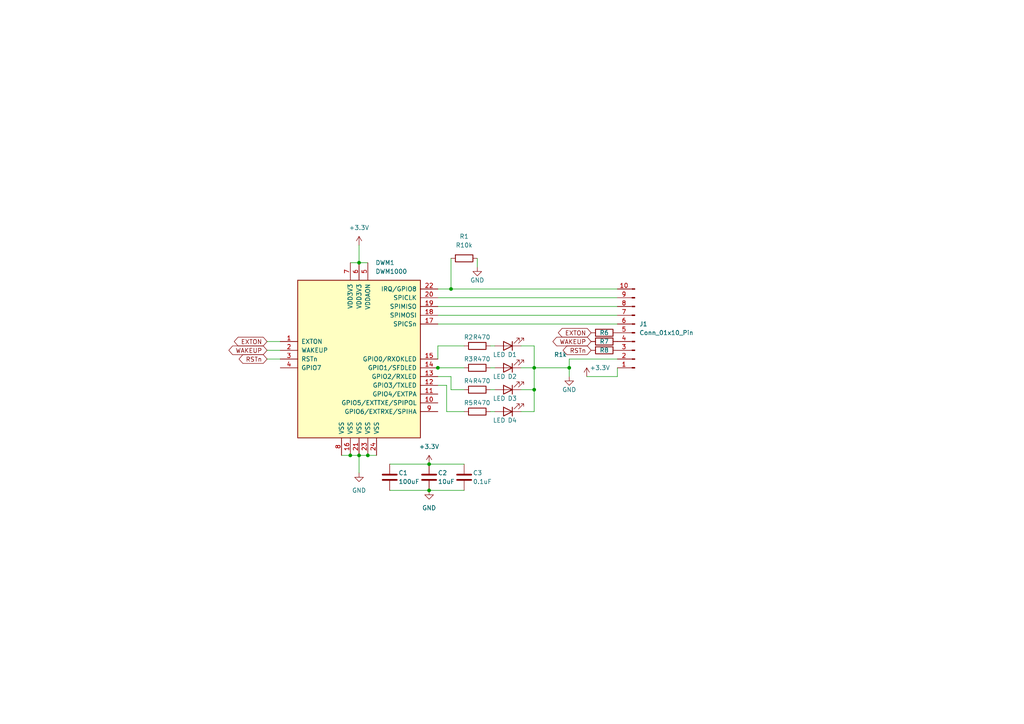
<source format=kicad_sch>
(kicad_sch (version 20230121) (generator eeschema)
  (paper "A4")
  (lib_symbols
    (symbol "Connector:Conn_01x10_Pin" (pin_names (offset 1.016) hide)
      (property "Reference" "J" (at 0 12.7 0))
      (property "Value" "Conn_01x10_Pin" (at 0 -15.24 0))
      (symbol "Conn_01x10_Pin_1_1"
        (polyline (pts (xy 1.27 -12.7) (xy 0.8636 -12.7)) (stroke (width 0.1524)))
        (polyline (pts (xy 1.27 -10.16) (xy 0.8636 -10.16)) (stroke (width 0.1524)))
        (polyline (pts (xy 1.27 -7.62) (xy 0.8636 -7.62)) (stroke (width 0.1524)))
        (polyline (pts (xy 1.27 -5.08) (xy 0.8636 -5.08)) (stroke (width 0.1524)))
        (polyline (pts (xy 1.27 -2.54) (xy 0.8636 -2.54)) (stroke (width 0.1524)))
        (polyline (pts (xy 1.27 0) (xy 0.8636 0)) (stroke (width 0.1524)))
        (polyline (pts (xy 1.27 2.54) (xy 0.8636 2.54)) (stroke (width 0.1524)))
        (polyline (pts (xy 1.27 5.08) (xy 0.8636 5.08)) (stroke (width 0.1524)))
        (polyline (pts (xy 1.27 7.62) (xy 0.8636 7.62)) (stroke (width 0.1524)))
        (polyline (pts (xy 1.27 10.16) (xy 0.8636 10.16)) (stroke (width 0.1524)))
        (rectangle (start 0.8636 -12.573) (end 0 -12.827) (stroke (width 0.1524)) (fill (type outline)))
        (rectangle (start 0.8636 -10.033) (end 0 -10.287) (stroke (width 0.1524)) (fill (type outline)))
        (rectangle (start 0.8636 -7.493) (end 0 -7.747) (stroke (width 0.1524)) (fill (type outline)))
        (rectangle (start 0.8636 -4.953) (end 0 -5.207) (stroke (width 0.1524)) (fill (type outline)))
        (rectangle (start 0.8636 -2.413) (end 0 -2.667) (stroke (width 0.1524)) (fill (type outline)))
        (rectangle (start 0.8636 0.127) (end 0 -0.127) (stroke (width 0.1524)) (fill (type outline)))
        (rectangle (start 0.8636 2.667) (end 0 2.413) (stroke (width 0.1524)) (fill (type outline)))
        (rectangle (start 0.8636 5.207) (end 0 4.953) (stroke (width 0.1524)) (fill (type outline)))
        (rectangle (start 0.8636 7.747) (end 0 7.493) (stroke (width 0.1524)) (fill (type outline)))
        (rectangle (start 0.8636 10.287) (end 0 10.033) (stroke (width 0.1524)) (fill (type outline)))
        (pin passive line (at 5.08 10.16 180) (length 3.81) (name "Pin_1") (number "1"))
        (pin passive line (at 5.08 -12.7 180) (length 3.81) (name "Pin_10") (number "10"))
        (pin passive line (at 5.08 7.62 180) (length 3.81) (name "Pin_2") (number "2"))
        (pin passive line (at 5.08 5.08 180) (length 3.81) (name "Pin_3") (number "3"))
        (pin passive line (at 5.08 2.54 180) (length 3.81) (name "Pin_4") (number "4"))
        (pin passive line (at 5.08 0 180) (length 3.81) (name "Pin_5") (number "5"))
        (pin passive line (at 5.08 -2.54 180) (length 3.81) (name "Pin_6") (number "6"))
        (pin passive line (at 5.08 -5.08 180) (length 3.81) (name "Pin_7") (number "7"))
        (pin passive line (at 5.08 -7.62 180) (length 3.81) (name "Pin_8") (number "8"))
        (pin passive line (at 5.08 -10.16 180) (length 3.81) (name "Pin_9") (number "9"))
      )
    )
    (symbol "Device:C" (pin_numbers hide) (pin_names (offset 0.254))
      (property "Reference" "C" (at 0.635 2.54 0))
      (property "Value" "C" (at 0.635 -2.54 0))
      (symbol "C_0_1"
        (polyline (pts (xy -2.032 -0.762) (xy 2.032 -0.762)) (stroke (width 0.508)))
        (polyline (pts (xy -2.032 0.762) (xy 2.032 0.762)) (stroke (width 0.508)))
      )
      (symbol "C_1_1"
        (pin passive line (at 0 3.81 270) (length 2.794) (name "~") (number "1"))
        (pin passive line (at 0 -3.81 90) (length 2.794) (name "~") (number "2"))
      )
    )
    (symbol "Device:LED" (pin_numbers hide) (pin_names (offset 1.016) hide)
      (property "Reference" "D" (at 0 2.54 0))
      (property "Value" "LED" (at 0 -2.54 0))
      (symbol "LED_0_1"
        (polyline (pts (xy -1.27 -1.27) (xy -1.27 1.27)) (stroke (width 0.254)))
        (polyline (pts (xy -1.27 0) (xy 1.27 0)))
        (polyline (pts (xy 1.27 -1.27) (xy 1.27 1.27) (xy -1.27 0) (xy 1.27 -1.27)) (stroke (width 0.254)))
        (polyline (pts (xy -3.048 -0.762) (xy -4.572 -2.286) (xy -3.81 -2.286) (xy -4.572 -2.286) (xy -4.572 -1.524)))
        (polyline (pts (xy -1.778 -0.762) (xy -3.302 -2.286) (xy -2.54 -2.286) (xy -3.302 -2.286) (xy -3.302 -1.524)))
      )
      (symbol "LED_1_1"
        (pin passive line (at -3.81 0 0) (length 2.54) (name "K") (number "1"))
        (pin passive line (at 3.81 0 180) (length 2.54) (name "A") (number "2"))
      )
    )
    (symbol "Device:R" (pin_numbers hide) (pin_names (offset 0))
      (property "Reference" "R" (at 2.032 0 90))
      (property "Value" "R" (at 0 0 90))
      (symbol "R_0_1"
        (rectangle (start -1.016 -2.54) (end 1.016 2.54) (stroke (width 0.254)))
      )
      (symbol "R_1_1"
        (pin passive line (at 0 3.81 270) (length 1.27) (name "~") (number "1"))
        (pin passive line (at 0 -3.81 90) (length 1.27) (name "~") (number "2"))
      )
    )
    (symbol "RF_Module:DWM1000" (pin_names (offset 1.016))
      (property "Reference" "DWM" (at 7.62 25.4 0))
      (property "Value" "DWM1000" (at 1.27 3.81 0))
      (symbol "DWM1000_0_1"
        (rectangle (start 17.78 22.86) (end -17.78 -22.86) (stroke (width 0.254)) (fill (type background)))
      )
      (symbol "DWM1000_1_1"
        (pin output line (at -22.86 5.08 0) (length 5.08) (name "EXTON") (number "1"))
        (pin bidirectional line (at 22.86 -12.7 180) (length 5.08) (name "GPIO5/EXTTXE/SPIPOL") (number "10"))
        (pin bidirectional line (at 22.86 -10.16 180) (length 5.08) (name "GPIO4/EXTPA") (number "11"))
        (pin bidirectional line (at 22.86 -7.62 180) (length 5.08) (name "GPIO3/TXLED") (number "12"))
        (pin bidirectional line (at 22.86 -5.08 180) (length 5.08) (name "GPIO2/RXLED") (number "13"))
        (pin bidirectional line (at 22.86 -2.54 180) (length 5.08) (name "GPIO1/SFDLED") (number "14"))
        (pin bidirectional line (at 22.86 0 180) (length 5.08) (name "GPIO0/RXOKLED") (number "15"))
        (pin power_in line (at -2.54 -27.94 90) (length 5.08) (name "VSS") (number "16"))
        (pin input line (at 22.86 10.16 180) (length 5.08) (name "SPICSn") (number "17"))
        (pin input line (at 22.86 12.7 180) (length 5.08) (name "SPIMOSI") (number "18"))
        (pin output line (at 22.86 15.24 180) (length 5.08) (name "SPIMISO") (number "19"))
        (pin bidirectional line (at -22.86 2.54 0) (length 5.08) (name "WAKEUP") (number "2"))
        (pin input line (at 22.86 17.78 180) (length 5.08) (name "SPICLK") (number "20"))
        (pin power_in line (at 0 -27.94 90) (length 5.08) (name "VSS") (number "21"))
        (pin bidirectional line (at 22.86 20.32 180) (length 5.08) (name "IRQ/GPIO8") (number "22"))
        (pin power_in line (at 2.54 -27.94 90) (length 5.08) (name "VSS") (number "23"))
        (pin power_in line (at 5.08 -27.94 90) (length 5.08) (name "VSS") (number "24"))
        (pin bidirectional line (at -22.86 0 0) (length 5.08) (name "RSTn") (number "3"))
        (pin bidirectional line (at -22.86 -2.54 0) (length 5.08) (name "GPIO7") (number "4"))
        (pin power_in line (at 2.54 27.94 270) (length 5.08) (name "VDDAON") (number "5"))
        (pin power_in line (at 0 27.94 270) (length 5.08) (name "VDD3V3") (number "6"))
        (pin power_in line (at -2.54 27.94 270) (length 5.08) (name "VDD3V3") (number "7"))
        (pin power_in line (at -5.08 -27.94 90) (length 5.08) (name "VSS") (number "8"))
        (pin bidirectional line (at 22.86 -15.24 180) (length 5.08) (name "GPIO6/EXTRXE/SPIHA") (number "9"))
      )
    )
    (symbol "power:+3.3V" (power) (pin_names (offset 0))
      (property "Value" "+3.3V" (at 0 3.556 0))
      (symbol "+3.3V_0_1"
        (polyline (pts (xy -0.762 1.27) (xy 0 2.54)))
        (polyline (pts (xy 0 0) (xy 0 2.54)))
        (polyline (pts (xy 0 2.54) (xy 0.762 1.27)))
      )
      (symbol "+3.3V_1_1"
        (pin power_in line (at 0 0 90) (length 0) hide (name "+3.3V") (number "1"))
      )
    )
    (symbol "power:GND" (power) (pin_names (offset 0))
      (property "Value" "GND" (at 0 -3.81 0))
      (symbol "GND_0_1"
        (polyline (pts (xy 0 0) (xy 0 -1.27) (xy 1.27 -1.27) (xy 0 -2.54) (xy -1.27 -1.27) (xy 0 -1.27)))
      )
      (symbol "GND_1_1"
        (pin power_in line (at 0 0 270) (length 0) hide (name "GND") (number "1"))
      )
    )
  )
  (junction (at 127 106.68))
  (junction (at 104.14 76.2))
  (junction (at 165.1 106.68))
  (junction (at 106.68 132.08))
  (junction (at 104.14 132.08))
  (junction (at 124.46 134.62))
  (junction (at 124.46 142.24))
  (junction (at 130.81 83.82))
  (junction (at 154.94 106.68))
  (junction (at 154.94 113.03))
  (junction (at 101.6 132.08))
  (wire (pts (xy 127 106.68) (xy 134.62 106.68)))
  (wire (pts (xy 127 93.98) (xy 179.07 93.98)))
  (wire (pts (xy 179.07 109.22) (xy 170.18 109.22)))
  (wire (pts (xy 151.13 119.38) (xy 154.94 119.38)))
  (wire (pts (xy 129.54 119.38) (xy 134.62 119.38)))
  (wire (pts (xy 127 100.33) (xy 134.62 100.33)))
  (wire (pts (xy 151.13 113.03) (xy 154.94 113.03)))
  (wire (pts (xy 142.24 119.38) (xy 143.51 119.38)))
  (wire (pts (xy 104.14 76.2) (xy 106.68 76.2)))
  (wire (pts (xy 142.24 113.03) (xy 143.51 113.03)))
  (wire (pts (xy 127 91.44) (xy 179.07 91.44)))
  (wire (pts (xy 130.81 109.22) (xy 130.81 113.03)))
  (wire (pts (xy 151.13 100.33) (xy 154.94 100.33)))
  (wire (pts (xy 101.6 76.2) (xy 104.14 76.2)))
  (wire (pts (xy 165.1 109.22) (xy 165.1 106.68)))
  (wire (pts (xy 77.47 101.6) (xy 81.28 101.6)))
  (wire (pts (xy 127 83.82) (xy 130.81 83.82)))
  (wire (pts (xy 104.14 132.08) (xy 104.14 137.16)))
  (wire (pts (xy 142.24 100.33) (xy 143.51 100.33)))
  (wire (pts (xy 138.43 74.93) (xy 138.43 77.47)))
  (wire (pts (xy 113.03 134.62) (xy 124.46 134.62)))
  (wire (pts (xy 154.94 119.38) (xy 154.94 113.03)))
  (wire (pts (xy 106.68 132.08) (xy 109.22 132.08)))
  (wire (pts (xy 129.54 111.76) (xy 127 111.76)))
  (wire (pts (xy 104.14 71.12) (xy 104.14 76.2)))
  (wire (pts (xy 154.94 113.03) (xy 154.94 106.68)))
  (wire (pts (xy 124.46 142.24) (xy 134.62 142.24)))
  (wire (pts (xy 113.03 142.24) (xy 124.46 142.24)))
  (wire (pts (xy 77.47 104.14) (xy 81.28 104.14)))
  (wire (pts (xy 99.06 132.08) (xy 101.6 132.08)))
  (wire (pts (xy 154.94 106.68) (xy 151.13 106.68)))
  (wire (pts (xy 104.14 132.08) (xy 106.68 132.08)))
  (wire (pts (xy 101.6 132.08) (xy 104.14 132.08)))
  (wire (pts (xy 142.24 106.68) (xy 143.51 106.68)))
  (wire (pts (xy 127 88.9) (xy 179.07 88.9)))
  (wire (pts (xy 130.81 113.03) (xy 134.62 113.03)))
  (wire (pts (xy 154.94 106.68) (xy 165.1 106.68)))
  (wire (pts (xy 130.81 83.82) (xy 179.07 83.82)))
  (wire (pts (xy 165.1 104.14) (xy 179.07 104.14)))
  (wire (pts (xy 124.46 134.62) (xy 134.62 134.62)))
  (wire (pts (xy 130.81 74.93) (xy 130.81 83.82)))
  (wire (pts (xy 127 100.33) (xy 127 104.14)))
  (wire (pts (xy 129.54 111.76) (xy 129.54 119.38)))
  (wire (pts (xy 154.94 100.33) (xy 154.94 106.68)))
  (wire (pts (xy 127 109.22) (xy 130.81 109.22)))
  (wire (pts (xy 127 86.36) (xy 179.07 86.36)))
  (wire (pts (xy 77.47 99.06) (xy 81.28 99.06)))
  (wire (pts (xy 125.73 106.68) (xy 127 106.68)))
  (wire (pts (xy 179.07 106.68) (xy 179.07 109.22)))
  (wire (pts (xy 165.1 104.14) (xy 165.1 106.68)))
  (global_label "RSTn" (shape bidirectional) (at 171.45 101.6 180) (property "Intersheetrefs" "${INTERSHEET_REFS}" (effects hide)))
  (global_label "RSTn" (shape bidirectional) (at 77.47 104.14 180) (property "Intersheetrefs" "${INTERSHEET_REFS}" (effects hide)))
  (global_label "WAKEUP" (shape bidirectional) (at 77.47 101.6 180) (property "Intersheetrefs" "${INTERSHEET_REFS}" (effects hide)))
  (global_label "EXTON" (shape bidirectional) (at 77.47 99.06 180) (property "Intersheetrefs" "${INTERSHEET_REFS}" (effects hide)))
  (global_label "EXTON" (shape bidirectional) (at 171.45 96.52 180) (property "Intersheetrefs" "${INTERSHEET_REFS}" (effects hide)))
  (global_label "WAKEUP" (shape bidirectional) (at 171.45 99.06 180) (property "Intersheetrefs" "${INTERSHEET_REFS}" (effects hide)))
  (symbol (lib_id "Device:R") (at 138.43 113.03 90) (unit 1)
    (property "Reference" "R4" (at 135.89 110.49 90))
    (property "Value" "R470" (at 139.7 110.49 90))
    (property "Footprint" "Resistor_SMD:R_0603_1608Metric_Pad0.98x0.95mm_HandSolder" (effects hide))
  )
  (symbol (lib_id "RF_Module:DWM1000") (at 104.14 104.14 0) (unit 1)
    (property "Reference" "DWM1" (at 108.8741 76.2 0) (effects (justify left)))
    (property "Value" "DWM1000" (at 108.8741 78.74 0) (effects (justify left)))
    (property "Footprint" "RF_Module:DWM1000" (effects hide))
    (property "Datasheet" "https://www.decawave.com/sites/default/files/resources/dwm1000-datasheet-v1.3.pdf" (effects hide))
  )
  (symbol (lib_id "Connector:Conn_01x10_Pin") (at 184.15 96.52 180) (unit 1)
    (property "Reference" "J1" (at 185.42 93.98 0) (effects (justify right)))
    (property "Value" "Conn_01x10_Pin" (at 185.42 96.52 0) (effects (justify right)))
    (property "Footprint" "Connector_PinHeader_2.54mm:PinHeader_1x10_P2.54mm_Vertical" (effects hide))
  )
  (symbol (lib_id "power:GND") (at 165.1 109.22 0) (unit 1)
    (property "Reference" "#PWR06" (effects hide))
    (property "Value" "GND" (at 165.1 113.03 0))
  )
  (symbol (lib_id "Device:R") (at 175.26 101.6 90) (unit 1)
    (property "Reference" "R8" (at 175.26 101.6 90))
    (property "Value" "R1k" (effects hide))
    (property "Footprint" "Resistor_SMD:R_0603_1608Metric_Pad0.98x0.95mm_HandSolder" (effects hide))
  )
  (symbol (lib_id "power:GND") (at 138.43 77.47 0) (unit 1)
    (property "Reference" "#PWR05" (effects hide))
    (property "Value" "GND" (at 138.43 81.28 0))
  )
  (symbol (lib_id "Device:LED") (at 147.32 119.38 180) (unit 1)
    (property "Reference" "D4" (at 148.59 121.92 0))
    (property "Value" "LED" (at 144.78 121.92 0))
    (property "Footprint" "LED_THT:LED_D3.0mm" (effects hide))
  )
  (symbol (lib_id "Device:R") (at 175.26 96.52 90) (unit 1)
    (property "Reference" "R6" (at 175.26 96.52 90))
    (property "Value" "R1k" (effects hide))
    (property "Footprint" "Resistor_SMD:R_0603_1608Metric_Pad0.98x0.95mm_HandSolder" (effects hide))
  )
  (symbol (lib_id "Device:C") (at 124.46 138.43 0) (unit 1)
    (property "Reference" "C2" (at 127 137.16 0) (effects (justify left)))
    (property "Value" "10uF" (at 127 139.7 0) (effects (justify left)))
    (property "Footprint" "Capacitor_SMD:C_1206_3216Metric" (effects hide))
  )
  (symbol (lib_id "Device:C") (at 113.03 138.43 0) (unit 1)
    (property "Reference" "C1" (at 115.57 137.16 0) (effects (justify left)))
    (property "Value" "100uF" (at 115.57 139.7 0) (effects (justify left)))
    (property "Footprint" "Capacitor_THT:CP_Radial_D6.3mm_P2.50mm" (effects hide))
  )
  (symbol (lib_id "Device:C") (at 134.62 138.43 0) (unit 1)
    (property "Reference" "C3" (at 137.16 137.16 0) (effects (justify left)))
    (property "Value" "0.1uF" (at 137.16 139.7 0) (effects (justify left)))
    (property "Footprint" "Capacitor_SMD:C_1206_3216Metric" (effects hide))
  )
  (symbol (lib_id "Device:R") (at 138.43 119.38 90) (unit 1)
    (property "Reference" "R5" (at 135.89 116.84 90))
    (property "Value" "R470" (at 139.7 116.84 90))
    (property "Footprint" "Resistor_SMD:R_0603_1608Metric_Pad0.98x0.95mm_HandSolder" (effects hide))
  )
  (symbol (lib_id "power:+3.3V") (at 124.46 134.62 0) (unit 1)
    (property "Reference" "#PWR03" (effects hide))
    (property "Value" "+3.3V" (at 124.46 129.54 0))
  )
  (symbol (lib_id "Device:R") (at 175.26 99.06 90) (unit 1)
    (property "Reference" "R7" (at 175.26 99.06 90))
    (property "Value" "R1k" (at 162.56 102.87 90))
    (property "Footprint" "Resistor_SMD:R_0603_1608Metric_Pad0.98x0.95mm_HandSolder" (effects hide))
  )
  (symbol (lib_id "power:GND") (at 124.46 142.24 0) (unit 1)
    (property "Reference" "#PWR04" (effects hide))
    (property "Value" "GND" (at 124.46 147.32 0))
  )
  (symbol (lib_id "Device:R") (at 134.62 74.93 90) (unit 1)
    (property "Reference" "R1" (at 134.62 68.58 90))
    (property "Value" "R10k" (at 134.62 71.12 90))
    (property "Footprint" "Resistor_SMD:R_0603_1608Metric_Pad0.98x0.95mm_HandSolder" (effects hide))
  )
  (symbol (lib_id "Device:R") (at 138.43 106.68 90) (unit 1)
    (property "Reference" "R3" (at 135.89 104.14 90))
    (property "Value" "R470" (at 139.7 104.14 90))
    (property "Footprint" "Resistor_SMD:R_0603_1608Metric_Pad0.98x0.95mm_HandSolder" (effects hide))
  )
  (symbol (lib_id "Device:R") (at 138.43 100.33 90) (unit 1)
    (property "Reference" "R2" (at 135.89 97.79 90))
    (property "Value" "R470" (at 139.7 97.79 90))
    (property "Footprint" "Resistor_SMD:R_0603_1608Metric_Pad0.98x0.95mm_HandSolder" (effects hide))
  )
  (symbol (lib_id "Device:LED") (at 147.32 113.03 180) (unit 1)
    (property "Reference" "D3" (at 148.59 115.57 0))
    (property "Value" "LED" (at 144.78 115.57 0))
    (property "Footprint" "LED_THT:LED_D3.0mm" (effects hide))
  )
  (symbol (lib_id "Device:LED") (at 147.32 106.68 180) (unit 1)
    (property "Reference" "D2" (at 148.59 109.22 0))
    (property "Value" "LED" (at 144.78 109.22 0))
    (property "Footprint" "LED_THT:LED_D3.0mm" (effects hide))
  )
  (symbol (lib_id "Device:LED") (at 147.32 100.33 180) (unit 1)
    (property "Reference" "D1" (at 148.59 102.87 0))
    (property "Value" "LED" (at 144.78 102.87 0))
    (property "Footprint" "LED_THT:LED_D3.0mm" (effects hide))
  )
  (symbol (lib_id "power:+3.3V") (at 170.18 109.22 0) (unit 1)
    (property "Reference" "#PWR07" (effects hide))
    (property "Value" "+3.3V" (at 173.99 106.68 0))
  )
  (symbol (lib_id "power:GND") (at 104.14 137.16 0) (unit 1)
    (property "Reference" "#PWR02" (effects hide))
    (property "Value" "GND" (at 104.14 142.24 0))
  )
  (symbol (lib_id "power:+3.3V") (at 104.14 71.12 0) (unit 1)
    (property "Reference" "#PWR01" (effects hide))
    (property "Value" "+3.3V" (at 104.14 66.04 0))
  )
)
</source>
